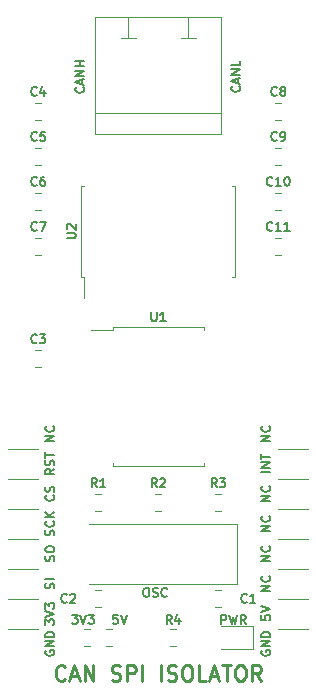
<source format=gbr>
G04 #@! TF.GenerationSoftware,KiCad,Pcbnew,(5.1.5)-3*
G04 #@! TF.CreationDate,2020-01-28T18:53:24+01:00*
G04 #@! TF.ProjectId,CAN SPI Isolated v2.0,43414e20-5350-4492-9049-736f6c617465,rev?*
G04 #@! TF.SameCoordinates,Original*
G04 #@! TF.FileFunction,Legend,Top*
G04 #@! TF.FilePolarity,Positive*
%FSLAX46Y46*%
G04 Gerber Fmt 4.6, Leading zero omitted, Abs format (unit mm)*
G04 Created by KiCad (PCBNEW (5.1.5)-3) date 2020-01-28 18:53:24*
%MOMM*%
%LPD*%
G04 APERTURE LIST*
%ADD10C,0.150000*%
%ADD11C,0.120000*%
%ADD12C,0.279400*%
G04 APERTURE END LIST*
D10*
X94234000Y-172302714D02*
X94234000Y-171540714D01*
X94524285Y-171540714D01*
X94596857Y-171577000D01*
X94633142Y-171613285D01*
X94669428Y-171685857D01*
X94669428Y-171794714D01*
X94633142Y-171867285D01*
X94596857Y-171903571D01*
X94524285Y-171939857D01*
X94234000Y-171939857D01*
X94923428Y-171540714D02*
X95104857Y-172302714D01*
X95250000Y-171758428D01*
X95395142Y-172302714D01*
X95576571Y-171540714D01*
X96302285Y-172302714D02*
X96048285Y-171939857D01*
X95866857Y-172302714D02*
X95866857Y-171540714D01*
X96157142Y-171540714D01*
X96229714Y-171577000D01*
X96266000Y-171613285D01*
X96302285Y-171685857D01*
X96302285Y-171794714D01*
X96266000Y-171867285D01*
X96229714Y-171903571D01*
X96157142Y-171939857D01*
X95866857Y-171939857D01*
X87829571Y-169254714D02*
X87974714Y-169254714D01*
X88047285Y-169291000D01*
X88119857Y-169363571D01*
X88156142Y-169508714D01*
X88156142Y-169762714D01*
X88119857Y-169907857D01*
X88047285Y-169980428D01*
X87974714Y-170016714D01*
X87829571Y-170016714D01*
X87757000Y-169980428D01*
X87684428Y-169907857D01*
X87648142Y-169762714D01*
X87648142Y-169508714D01*
X87684428Y-169363571D01*
X87757000Y-169291000D01*
X87829571Y-169254714D01*
X88446428Y-169980428D02*
X88555285Y-170016714D01*
X88736714Y-170016714D01*
X88809285Y-169980428D01*
X88845571Y-169944142D01*
X88881857Y-169871571D01*
X88881857Y-169799000D01*
X88845571Y-169726428D01*
X88809285Y-169690142D01*
X88736714Y-169653857D01*
X88591571Y-169617571D01*
X88519000Y-169581285D01*
X88482714Y-169545000D01*
X88446428Y-169472428D01*
X88446428Y-169399857D01*
X88482714Y-169327285D01*
X88519000Y-169291000D01*
X88591571Y-169254714D01*
X88773000Y-169254714D01*
X88881857Y-169291000D01*
X89643857Y-169944142D02*
X89607571Y-169980428D01*
X89498714Y-170016714D01*
X89426142Y-170016714D01*
X89317285Y-169980428D01*
X89244714Y-169907857D01*
X89208428Y-169835285D01*
X89172142Y-169690142D01*
X89172142Y-169581285D01*
X89208428Y-169436142D01*
X89244714Y-169363571D01*
X89317285Y-169291000D01*
X89426142Y-169254714D01*
X89498714Y-169254714D01*
X89607571Y-169291000D01*
X89643857Y-169327285D01*
X85452857Y-171540714D02*
X85090000Y-171540714D01*
X85053714Y-171903571D01*
X85090000Y-171867285D01*
X85162571Y-171831000D01*
X85344000Y-171831000D01*
X85416571Y-171867285D01*
X85452857Y-171903571D01*
X85489142Y-171976142D01*
X85489142Y-172157571D01*
X85452857Y-172230142D01*
X85416571Y-172266428D01*
X85344000Y-172302714D01*
X85162571Y-172302714D01*
X85090000Y-172266428D01*
X85053714Y-172230142D01*
X85706857Y-171540714D02*
X85960857Y-172302714D01*
X86214857Y-171540714D01*
X81606571Y-171540714D02*
X82078285Y-171540714D01*
X81824285Y-171831000D01*
X81933142Y-171831000D01*
X82005714Y-171867285D01*
X82042000Y-171903571D01*
X82078285Y-171976142D01*
X82078285Y-172157571D01*
X82042000Y-172230142D01*
X82005714Y-172266428D01*
X81933142Y-172302714D01*
X81715428Y-172302714D01*
X81642857Y-172266428D01*
X81606571Y-172230142D01*
X82296000Y-171540714D02*
X82550000Y-172302714D01*
X82804000Y-171540714D01*
X82985428Y-171540714D02*
X83457142Y-171540714D01*
X83203142Y-171831000D01*
X83312000Y-171831000D01*
X83384571Y-171867285D01*
X83420857Y-171903571D01*
X83457142Y-171976142D01*
X83457142Y-172157571D01*
X83420857Y-172230142D01*
X83384571Y-172266428D01*
X83312000Y-172302714D01*
X83094285Y-172302714D01*
X83021714Y-172266428D01*
X82985428Y-172230142D01*
X95776142Y-126782285D02*
X95812428Y-126818571D01*
X95848714Y-126927428D01*
X95848714Y-127000000D01*
X95812428Y-127108857D01*
X95739857Y-127181428D01*
X95667285Y-127217714D01*
X95522142Y-127254000D01*
X95413285Y-127254000D01*
X95268142Y-127217714D01*
X95195571Y-127181428D01*
X95123000Y-127108857D01*
X95086714Y-127000000D01*
X95086714Y-126927428D01*
X95123000Y-126818571D01*
X95159285Y-126782285D01*
X95631000Y-126492000D02*
X95631000Y-126129142D01*
X95848714Y-126564571D02*
X95086714Y-126310571D01*
X95848714Y-126056571D01*
X95848714Y-125802571D02*
X95086714Y-125802571D01*
X95848714Y-125367142D01*
X95086714Y-125367142D01*
X95848714Y-124641428D02*
X95848714Y-125004285D01*
X95086714Y-125004285D01*
X82568142Y-126873000D02*
X82604428Y-126909285D01*
X82640714Y-127018142D01*
X82640714Y-127090714D01*
X82604428Y-127199571D01*
X82531857Y-127272142D01*
X82459285Y-127308428D01*
X82314142Y-127344714D01*
X82205285Y-127344714D01*
X82060142Y-127308428D01*
X81987571Y-127272142D01*
X81915000Y-127199571D01*
X81878714Y-127090714D01*
X81878714Y-127018142D01*
X81915000Y-126909285D01*
X81951285Y-126873000D01*
X82423000Y-126582714D02*
X82423000Y-126219857D01*
X82640714Y-126655285D02*
X81878714Y-126401285D01*
X82640714Y-126147285D01*
X82640714Y-125893285D02*
X81878714Y-125893285D01*
X82640714Y-125457857D01*
X81878714Y-125457857D01*
X82640714Y-125095000D02*
X81878714Y-125095000D01*
X82241571Y-125095000D02*
X82241571Y-124659571D01*
X82640714Y-124659571D02*
X81878714Y-124659571D01*
X80064428Y-169309142D02*
X80100714Y-169200285D01*
X80100714Y-169018857D01*
X80064428Y-168946285D01*
X80028142Y-168910000D01*
X79955571Y-168873714D01*
X79883000Y-168873714D01*
X79810428Y-168910000D01*
X79774142Y-168946285D01*
X79737857Y-169018857D01*
X79701571Y-169164000D01*
X79665285Y-169236571D01*
X79629000Y-169272857D01*
X79556428Y-169309142D01*
X79483857Y-169309142D01*
X79411285Y-169272857D01*
X79375000Y-169236571D01*
X79338714Y-169164000D01*
X79338714Y-168982571D01*
X79375000Y-168873714D01*
X80100714Y-168547142D02*
X79338714Y-168547142D01*
X98388714Y-159439428D02*
X97626714Y-159439428D01*
X98388714Y-159076571D02*
X97626714Y-159076571D01*
X98388714Y-158641142D01*
X97626714Y-158641142D01*
X97626714Y-158387142D02*
X97626714Y-157951714D01*
X98388714Y-158169428D02*
X97626714Y-158169428D01*
X98388714Y-156808714D02*
X97626714Y-156808714D01*
X98388714Y-156373285D01*
X97626714Y-156373285D01*
X98316142Y-155575000D02*
X98352428Y-155611285D01*
X98388714Y-155720142D01*
X98388714Y-155792714D01*
X98352428Y-155901571D01*
X98279857Y-155974142D01*
X98207285Y-156010428D01*
X98062142Y-156046714D01*
X97953285Y-156046714D01*
X97808142Y-156010428D01*
X97735571Y-155974142D01*
X97663000Y-155901571D01*
X97626714Y-155792714D01*
X97626714Y-155720142D01*
X97663000Y-155611285D01*
X97699285Y-155575000D01*
X98388714Y-161888714D02*
X97626714Y-161888714D01*
X98388714Y-161453285D01*
X97626714Y-161453285D01*
X98316142Y-160655000D02*
X98352428Y-160691285D01*
X98388714Y-160800142D01*
X98388714Y-160872714D01*
X98352428Y-160981571D01*
X98279857Y-161054142D01*
X98207285Y-161090428D01*
X98062142Y-161126714D01*
X97953285Y-161126714D01*
X97808142Y-161090428D01*
X97735571Y-161054142D01*
X97663000Y-160981571D01*
X97626714Y-160872714D01*
X97626714Y-160800142D01*
X97663000Y-160691285D01*
X97699285Y-160655000D01*
X98388714Y-164428714D02*
X97626714Y-164428714D01*
X98388714Y-163993285D01*
X97626714Y-163993285D01*
X98316142Y-163195000D02*
X98352428Y-163231285D01*
X98388714Y-163340142D01*
X98388714Y-163412714D01*
X98352428Y-163521571D01*
X98279857Y-163594142D01*
X98207285Y-163630428D01*
X98062142Y-163666714D01*
X97953285Y-163666714D01*
X97808142Y-163630428D01*
X97735571Y-163594142D01*
X97663000Y-163521571D01*
X97626714Y-163412714D01*
X97626714Y-163340142D01*
X97663000Y-163231285D01*
X97699285Y-163195000D01*
X98388714Y-166968714D02*
X97626714Y-166968714D01*
X98388714Y-166533285D01*
X97626714Y-166533285D01*
X98316142Y-165735000D02*
X98352428Y-165771285D01*
X98388714Y-165880142D01*
X98388714Y-165952714D01*
X98352428Y-166061571D01*
X98279857Y-166134142D01*
X98207285Y-166170428D01*
X98062142Y-166206714D01*
X97953285Y-166206714D01*
X97808142Y-166170428D01*
X97735571Y-166134142D01*
X97663000Y-166061571D01*
X97626714Y-165952714D01*
X97626714Y-165880142D01*
X97663000Y-165771285D01*
X97699285Y-165735000D01*
X98388714Y-169508714D02*
X97626714Y-169508714D01*
X98388714Y-169073285D01*
X97626714Y-169073285D01*
X98316142Y-168275000D02*
X98352428Y-168311285D01*
X98388714Y-168420142D01*
X98388714Y-168492714D01*
X98352428Y-168601571D01*
X98279857Y-168674142D01*
X98207285Y-168710428D01*
X98062142Y-168746714D01*
X97953285Y-168746714D01*
X97808142Y-168710428D01*
X97735571Y-168674142D01*
X97663000Y-168601571D01*
X97626714Y-168492714D01*
X97626714Y-168420142D01*
X97663000Y-168311285D01*
X97699285Y-168275000D01*
X97626714Y-171595142D02*
X97626714Y-171958000D01*
X97989571Y-171994285D01*
X97953285Y-171958000D01*
X97917000Y-171885428D01*
X97917000Y-171704000D01*
X97953285Y-171631428D01*
X97989571Y-171595142D01*
X98062142Y-171558857D01*
X98243571Y-171558857D01*
X98316142Y-171595142D01*
X98352428Y-171631428D01*
X98388714Y-171704000D01*
X98388714Y-171885428D01*
X98352428Y-171958000D01*
X98316142Y-171994285D01*
X97626714Y-171341142D02*
X98388714Y-171087142D01*
X97626714Y-170833142D01*
X97663000Y-174570571D02*
X97626714Y-174643142D01*
X97626714Y-174752000D01*
X97663000Y-174860857D01*
X97735571Y-174933428D01*
X97808142Y-174969714D01*
X97953285Y-175006000D01*
X98062142Y-175006000D01*
X98207285Y-174969714D01*
X98279857Y-174933428D01*
X98352428Y-174860857D01*
X98388714Y-174752000D01*
X98388714Y-174679428D01*
X98352428Y-174570571D01*
X98316142Y-174534285D01*
X98062142Y-174534285D01*
X98062142Y-174679428D01*
X98388714Y-174207714D02*
X97626714Y-174207714D01*
X98388714Y-173772285D01*
X97626714Y-173772285D01*
X98388714Y-173409428D02*
X97626714Y-173409428D01*
X97626714Y-173228000D01*
X97663000Y-173119142D01*
X97735571Y-173046571D01*
X97808142Y-173010285D01*
X97953285Y-172974000D01*
X98062142Y-172974000D01*
X98207285Y-173010285D01*
X98279857Y-173046571D01*
X98352428Y-173119142D01*
X98388714Y-173228000D01*
X98388714Y-173409428D01*
D11*
X99060000Y-157480000D02*
X101600000Y-157480000D01*
X99060000Y-160020000D02*
X101600000Y-160020000D01*
X99060000Y-162560000D02*
X101600000Y-162560000D01*
X99060000Y-165100000D02*
X101600000Y-165100000D01*
X99060000Y-167640000D02*
X101600000Y-167640000D01*
X99060000Y-170180000D02*
X101600000Y-170180000D01*
X101600000Y-172720000D02*
X99060000Y-172720000D01*
X76200000Y-172720000D02*
X78740000Y-172720000D01*
X76200000Y-170180000D02*
X78740000Y-170180000D01*
X76200000Y-167640000D02*
X78740000Y-167640000D01*
X76200000Y-165100000D02*
X78740000Y-165100000D01*
X76200000Y-162560000D02*
X78740000Y-162560000D01*
X76200000Y-160020000D02*
X78740000Y-160020000D01*
X76200000Y-157480000D02*
X78740000Y-157480000D01*
D10*
X79375000Y-174570571D02*
X79338714Y-174643142D01*
X79338714Y-174752000D01*
X79375000Y-174860857D01*
X79447571Y-174933428D01*
X79520142Y-174969714D01*
X79665285Y-175006000D01*
X79774142Y-175006000D01*
X79919285Y-174969714D01*
X79991857Y-174933428D01*
X80064428Y-174860857D01*
X80100714Y-174752000D01*
X80100714Y-174679428D01*
X80064428Y-174570571D01*
X80028142Y-174534285D01*
X79774142Y-174534285D01*
X79774142Y-174679428D01*
X80100714Y-174207714D02*
X79338714Y-174207714D01*
X80100714Y-173772285D01*
X79338714Y-173772285D01*
X80100714Y-173409428D02*
X79338714Y-173409428D01*
X79338714Y-173228000D01*
X79375000Y-173119142D01*
X79447571Y-173046571D01*
X79520142Y-173010285D01*
X79665285Y-172974000D01*
X79774142Y-172974000D01*
X79919285Y-173010285D01*
X79991857Y-173046571D01*
X80064428Y-173119142D01*
X80100714Y-173228000D01*
X80100714Y-173409428D01*
X79338714Y-172393428D02*
X79338714Y-171921714D01*
X79629000Y-172175714D01*
X79629000Y-172066857D01*
X79665285Y-171994285D01*
X79701571Y-171958000D01*
X79774142Y-171921714D01*
X79955571Y-171921714D01*
X80028142Y-171958000D01*
X80064428Y-171994285D01*
X80100714Y-172066857D01*
X80100714Y-172284571D01*
X80064428Y-172357142D01*
X80028142Y-172393428D01*
X79338714Y-171704000D02*
X80100714Y-171450000D01*
X79338714Y-171196000D01*
X79338714Y-171014571D02*
X79338714Y-170542857D01*
X79629000Y-170796857D01*
X79629000Y-170688000D01*
X79665285Y-170615428D01*
X79701571Y-170579142D01*
X79774142Y-170542857D01*
X79955571Y-170542857D01*
X80028142Y-170579142D01*
X80064428Y-170615428D01*
X80100714Y-170688000D01*
X80100714Y-170905714D01*
X80064428Y-170978285D01*
X80028142Y-171014571D01*
X80064428Y-166986857D02*
X80100714Y-166878000D01*
X80100714Y-166696571D01*
X80064428Y-166624000D01*
X80028142Y-166587714D01*
X79955571Y-166551428D01*
X79883000Y-166551428D01*
X79810428Y-166587714D01*
X79774142Y-166624000D01*
X79737857Y-166696571D01*
X79701571Y-166841714D01*
X79665285Y-166914285D01*
X79629000Y-166950571D01*
X79556428Y-166986857D01*
X79483857Y-166986857D01*
X79411285Y-166950571D01*
X79375000Y-166914285D01*
X79338714Y-166841714D01*
X79338714Y-166660285D01*
X79375000Y-166551428D01*
X79338714Y-166079714D02*
X79338714Y-165934571D01*
X79375000Y-165862000D01*
X79447571Y-165789428D01*
X79592714Y-165753142D01*
X79846714Y-165753142D01*
X79991857Y-165789428D01*
X80064428Y-165862000D01*
X80100714Y-165934571D01*
X80100714Y-166079714D01*
X80064428Y-166152285D01*
X79991857Y-166224857D01*
X79846714Y-166261142D01*
X79592714Y-166261142D01*
X79447571Y-166224857D01*
X79375000Y-166152285D01*
X79338714Y-166079714D01*
X80064428Y-164809714D02*
X80100714Y-164700857D01*
X80100714Y-164519428D01*
X80064428Y-164446857D01*
X80028142Y-164410571D01*
X79955571Y-164374285D01*
X79883000Y-164374285D01*
X79810428Y-164410571D01*
X79774142Y-164446857D01*
X79737857Y-164519428D01*
X79701571Y-164664571D01*
X79665285Y-164737142D01*
X79629000Y-164773428D01*
X79556428Y-164809714D01*
X79483857Y-164809714D01*
X79411285Y-164773428D01*
X79375000Y-164737142D01*
X79338714Y-164664571D01*
X79338714Y-164483142D01*
X79375000Y-164374285D01*
X80028142Y-163612285D02*
X80064428Y-163648571D01*
X80100714Y-163757428D01*
X80100714Y-163830000D01*
X80064428Y-163938857D01*
X79991857Y-164011428D01*
X79919285Y-164047714D01*
X79774142Y-164084000D01*
X79665285Y-164084000D01*
X79520142Y-164047714D01*
X79447571Y-164011428D01*
X79375000Y-163938857D01*
X79338714Y-163830000D01*
X79338714Y-163757428D01*
X79375000Y-163648571D01*
X79411285Y-163612285D01*
X80100714Y-163285714D02*
X79338714Y-163285714D01*
X80100714Y-162850285D02*
X79665285Y-163176857D01*
X79338714Y-162850285D02*
X79774142Y-163285714D01*
X80028142Y-161417000D02*
X80064428Y-161453285D01*
X80100714Y-161562142D01*
X80100714Y-161634714D01*
X80064428Y-161743571D01*
X79991857Y-161816142D01*
X79919285Y-161852428D01*
X79774142Y-161888714D01*
X79665285Y-161888714D01*
X79520142Y-161852428D01*
X79447571Y-161816142D01*
X79375000Y-161743571D01*
X79338714Y-161634714D01*
X79338714Y-161562142D01*
X79375000Y-161453285D01*
X79411285Y-161417000D01*
X80064428Y-161126714D02*
X80100714Y-161017857D01*
X80100714Y-160836428D01*
X80064428Y-160763857D01*
X80028142Y-160727571D01*
X79955571Y-160691285D01*
X79883000Y-160691285D01*
X79810428Y-160727571D01*
X79774142Y-160763857D01*
X79737857Y-160836428D01*
X79701571Y-160981571D01*
X79665285Y-161054142D01*
X79629000Y-161090428D01*
X79556428Y-161126714D01*
X79483857Y-161126714D01*
X79411285Y-161090428D01*
X79375000Y-161054142D01*
X79338714Y-160981571D01*
X79338714Y-160800142D01*
X79375000Y-160691285D01*
X80100714Y-159167285D02*
X79737857Y-159421285D01*
X80100714Y-159602714D02*
X79338714Y-159602714D01*
X79338714Y-159312428D01*
X79375000Y-159239857D01*
X79411285Y-159203571D01*
X79483857Y-159167285D01*
X79592714Y-159167285D01*
X79665285Y-159203571D01*
X79701571Y-159239857D01*
X79737857Y-159312428D01*
X79737857Y-159602714D01*
X80064428Y-158877000D02*
X80100714Y-158768142D01*
X80100714Y-158586714D01*
X80064428Y-158514142D01*
X80028142Y-158477857D01*
X79955571Y-158441571D01*
X79883000Y-158441571D01*
X79810428Y-158477857D01*
X79774142Y-158514142D01*
X79737857Y-158586714D01*
X79701571Y-158731857D01*
X79665285Y-158804428D01*
X79629000Y-158840714D01*
X79556428Y-158877000D01*
X79483857Y-158877000D01*
X79411285Y-158840714D01*
X79375000Y-158804428D01*
X79338714Y-158731857D01*
X79338714Y-158550428D01*
X79375000Y-158441571D01*
X79338714Y-158223857D02*
X79338714Y-157788428D01*
X80100714Y-158006142D02*
X79338714Y-158006142D01*
X80100714Y-156808714D02*
X79338714Y-156808714D01*
X80100714Y-156373285D01*
X79338714Y-156373285D01*
X80028142Y-155575000D02*
X80064428Y-155611285D01*
X80100714Y-155720142D01*
X80100714Y-155792714D01*
X80064428Y-155901571D01*
X79991857Y-155974142D01*
X79919285Y-156010428D01*
X79774142Y-156046714D01*
X79665285Y-156046714D01*
X79520142Y-156010428D01*
X79447571Y-155974142D01*
X79375000Y-155901571D01*
X79338714Y-155792714D01*
X79338714Y-155720142D01*
X79375000Y-155611285D01*
X79411285Y-155575000D01*
D12*
X81004228Y-176992642D02*
X80942542Y-177054328D01*
X80757485Y-177116014D01*
X80634114Y-177116014D01*
X80449057Y-177054328D01*
X80325685Y-176930957D01*
X80264000Y-176807585D01*
X80202314Y-176560842D01*
X80202314Y-176375785D01*
X80264000Y-176129042D01*
X80325685Y-176005671D01*
X80449057Y-175882300D01*
X80634114Y-175820614D01*
X80757485Y-175820614D01*
X80942542Y-175882300D01*
X81004228Y-175943985D01*
X81497714Y-176745900D02*
X82114571Y-176745900D01*
X81374342Y-177116014D02*
X81806142Y-175820614D01*
X82237942Y-177116014D01*
X82669742Y-177116014D02*
X82669742Y-175820614D01*
X83409971Y-177116014D01*
X83409971Y-175820614D01*
X84952114Y-177054328D02*
X85137171Y-177116014D01*
X85445600Y-177116014D01*
X85568971Y-177054328D01*
X85630657Y-176992642D01*
X85692342Y-176869271D01*
X85692342Y-176745900D01*
X85630657Y-176622528D01*
X85568971Y-176560842D01*
X85445600Y-176499157D01*
X85198857Y-176437471D01*
X85075485Y-176375785D01*
X85013800Y-176314100D01*
X84952114Y-176190728D01*
X84952114Y-176067357D01*
X85013800Y-175943985D01*
X85075485Y-175882300D01*
X85198857Y-175820614D01*
X85507285Y-175820614D01*
X85692342Y-175882300D01*
X86247514Y-177116014D02*
X86247514Y-175820614D01*
X86741000Y-175820614D01*
X86864371Y-175882300D01*
X86926057Y-175943985D01*
X86987742Y-176067357D01*
X86987742Y-176252414D01*
X86926057Y-176375785D01*
X86864371Y-176437471D01*
X86741000Y-176499157D01*
X86247514Y-176499157D01*
X87542914Y-177116014D02*
X87542914Y-175820614D01*
X89146742Y-177116014D02*
X89146742Y-175820614D01*
X89701914Y-177054328D02*
X89886971Y-177116014D01*
X90195400Y-177116014D01*
X90318771Y-177054328D01*
X90380457Y-176992642D01*
X90442142Y-176869271D01*
X90442142Y-176745900D01*
X90380457Y-176622528D01*
X90318771Y-176560842D01*
X90195400Y-176499157D01*
X89948657Y-176437471D01*
X89825285Y-176375785D01*
X89763600Y-176314100D01*
X89701914Y-176190728D01*
X89701914Y-176067357D01*
X89763600Y-175943985D01*
X89825285Y-175882300D01*
X89948657Y-175820614D01*
X90257085Y-175820614D01*
X90442142Y-175882300D01*
X91244057Y-175820614D02*
X91490800Y-175820614D01*
X91614171Y-175882300D01*
X91737542Y-176005671D01*
X91799228Y-176252414D01*
X91799228Y-176684214D01*
X91737542Y-176930957D01*
X91614171Y-177054328D01*
X91490800Y-177116014D01*
X91244057Y-177116014D01*
X91120685Y-177054328D01*
X90997314Y-176930957D01*
X90935628Y-176684214D01*
X90935628Y-176252414D01*
X90997314Y-176005671D01*
X91120685Y-175882300D01*
X91244057Y-175820614D01*
X92971257Y-177116014D02*
X92354400Y-177116014D01*
X92354400Y-175820614D01*
X93341371Y-176745900D02*
X93958228Y-176745900D01*
X93218000Y-177116014D02*
X93649800Y-175820614D01*
X94081600Y-177116014D01*
X94328342Y-175820614D02*
X95068571Y-175820614D01*
X94698457Y-177116014D02*
X94698457Y-175820614D01*
X95747114Y-175820614D02*
X95993857Y-175820614D01*
X96117228Y-175882300D01*
X96240600Y-176005671D01*
X96302285Y-176252414D01*
X96302285Y-176684214D01*
X96240600Y-176930957D01*
X96117228Y-177054328D01*
X95993857Y-177116014D01*
X95747114Y-177116014D01*
X95623742Y-177054328D01*
X95500371Y-176930957D01*
X95438685Y-176684214D01*
X95438685Y-176252414D01*
X95500371Y-176005671D01*
X95623742Y-175882300D01*
X95747114Y-175820614D01*
X97597685Y-177116014D02*
X97165885Y-176499157D01*
X96857457Y-177116014D02*
X96857457Y-175820614D01*
X97350942Y-175820614D01*
X97474314Y-175882300D01*
X97536000Y-175943985D01*
X97597685Y-176067357D01*
X97597685Y-176252414D01*
X97536000Y-176375785D01*
X97474314Y-176437471D01*
X97350942Y-176499157D01*
X96857457Y-176499157D01*
D11*
X93721422Y-170890000D02*
X94238578Y-170890000D01*
X93721422Y-169470000D02*
X94238578Y-169470000D01*
X83561422Y-169470000D02*
X84078578Y-169470000D01*
X83561422Y-170890000D02*
X84078578Y-170890000D01*
X78481422Y-149150000D02*
X78998578Y-149150000D01*
X78481422Y-150570000D02*
X78998578Y-150570000D01*
X78481422Y-129615000D02*
X78998578Y-129615000D01*
X78481422Y-128195000D02*
X78998578Y-128195000D01*
X78481422Y-132005000D02*
X78998578Y-132005000D01*
X78481422Y-133425000D02*
X78998578Y-133425000D01*
X78481422Y-137235000D02*
X78998578Y-137235000D01*
X78481422Y-135815000D02*
X78998578Y-135815000D01*
X78481422Y-139625000D02*
X78998578Y-139625000D01*
X78481422Y-141045000D02*
X78998578Y-141045000D01*
X98801422Y-129615000D02*
X99318578Y-129615000D01*
X98801422Y-128195000D02*
X99318578Y-128195000D01*
X98801422Y-132005000D02*
X99318578Y-132005000D01*
X98801422Y-133425000D02*
X99318578Y-133425000D01*
X98801422Y-137235000D02*
X99318578Y-137235000D01*
X98801422Y-135815000D02*
X99318578Y-135815000D01*
X98801422Y-139625000D02*
X99318578Y-139625000D01*
X98801422Y-141045000D02*
X99318578Y-141045000D01*
X85725000Y-122682000D02*
X86995000Y-122682000D01*
X83566000Y-129032000D02*
X94234000Y-129032000D01*
X83566000Y-120904000D02*
X94234000Y-120904000D01*
X86360000Y-120904000D02*
X86360000Y-122682000D01*
X92075000Y-122682000D02*
X90805000Y-122682000D01*
X94234000Y-120904000D02*
X94234000Y-130810000D01*
X91440000Y-122682000D02*
X91440000Y-120904000D01*
X94234000Y-130810000D02*
X83566000Y-130810000D01*
X83566000Y-130810000D02*
X83566000Y-120904000D01*
X83149178Y-174192000D02*
X82632022Y-174192000D01*
X83149178Y-172772000D02*
X82632022Y-172772000D01*
X85016078Y-174192000D02*
X84498922Y-174192000D01*
X85016078Y-172772000D02*
X84498922Y-172772000D01*
X83000000Y-168920000D02*
X95600000Y-168920000D01*
X95600000Y-168920000D02*
X95600000Y-163820000D01*
X95600000Y-163820000D02*
X83000000Y-163820000D01*
X94250000Y-174442000D02*
X96935000Y-174442000D01*
X96935000Y-174442000D02*
X96935000Y-172522000D01*
X96935000Y-172522000D02*
X94250000Y-172522000D01*
X83561422Y-161342000D02*
X84078578Y-161342000D01*
X83561422Y-162762000D02*
X84078578Y-162762000D01*
X88641422Y-161342000D02*
X89158578Y-161342000D01*
X88641422Y-162762000D02*
X89158578Y-162762000D01*
X93721422Y-162762000D02*
X94238578Y-162762000D01*
X93721422Y-161342000D02*
X94238578Y-161342000D01*
X89911422Y-174192000D02*
X90428578Y-174192000D01*
X89911422Y-172772000D02*
X90428578Y-172772000D01*
X88900000Y-158920000D02*
X92760000Y-158920000D01*
X92760000Y-158920000D02*
X92760000Y-158675000D01*
X88900000Y-158920000D02*
X85040000Y-158920000D01*
X85040000Y-158920000D02*
X85040000Y-158675000D01*
X88900000Y-147150000D02*
X92760000Y-147150000D01*
X92760000Y-147150000D02*
X92760000Y-147395000D01*
X88900000Y-147150000D02*
X85040000Y-147150000D01*
X85040000Y-147150000D02*
X85040000Y-147395000D01*
X85040000Y-147395000D02*
X83225000Y-147395000D01*
X95410000Y-139065000D02*
X95410000Y-135205000D01*
X95410000Y-135205000D02*
X95175000Y-135205000D01*
X95410000Y-139065000D02*
X95410000Y-142925000D01*
X95410000Y-142925000D02*
X95175000Y-142925000D01*
X82390000Y-139065000D02*
X82390000Y-135205000D01*
X82390000Y-135205000D02*
X82625000Y-135205000D01*
X82390000Y-139065000D02*
X82390000Y-142925000D01*
X82390000Y-142925000D02*
X82625000Y-142925000D01*
X82625000Y-142925000D02*
X82625000Y-144740000D01*
D10*
X96393000Y-170452142D02*
X96356714Y-170488428D01*
X96247857Y-170524714D01*
X96175285Y-170524714D01*
X96066428Y-170488428D01*
X95993857Y-170415857D01*
X95957571Y-170343285D01*
X95921285Y-170198142D01*
X95921285Y-170089285D01*
X95957571Y-169944142D01*
X95993857Y-169871571D01*
X96066428Y-169799000D01*
X96175285Y-169762714D01*
X96247857Y-169762714D01*
X96356714Y-169799000D01*
X96393000Y-169835285D01*
X97118714Y-170524714D02*
X96683285Y-170524714D01*
X96901000Y-170524714D02*
X96901000Y-169762714D01*
X96828428Y-169871571D01*
X96755857Y-169944142D01*
X96683285Y-169980428D01*
X81153000Y-170452142D02*
X81116714Y-170488428D01*
X81007857Y-170524714D01*
X80935285Y-170524714D01*
X80826428Y-170488428D01*
X80753857Y-170415857D01*
X80717571Y-170343285D01*
X80681285Y-170198142D01*
X80681285Y-170089285D01*
X80717571Y-169944142D01*
X80753857Y-169871571D01*
X80826428Y-169799000D01*
X80935285Y-169762714D01*
X81007857Y-169762714D01*
X81116714Y-169799000D01*
X81153000Y-169835285D01*
X81443285Y-169835285D02*
X81479571Y-169799000D01*
X81552142Y-169762714D01*
X81733571Y-169762714D01*
X81806142Y-169799000D01*
X81842428Y-169835285D01*
X81878714Y-169907857D01*
X81878714Y-169980428D01*
X81842428Y-170089285D01*
X81407000Y-170524714D01*
X81878714Y-170524714D01*
X78613000Y-148482142D02*
X78576714Y-148518428D01*
X78467857Y-148554714D01*
X78395285Y-148554714D01*
X78286428Y-148518428D01*
X78213857Y-148445857D01*
X78177571Y-148373285D01*
X78141285Y-148228142D01*
X78141285Y-148119285D01*
X78177571Y-147974142D01*
X78213857Y-147901571D01*
X78286428Y-147829000D01*
X78395285Y-147792714D01*
X78467857Y-147792714D01*
X78576714Y-147829000D01*
X78613000Y-147865285D01*
X78867000Y-147792714D02*
X79338714Y-147792714D01*
X79084714Y-148083000D01*
X79193571Y-148083000D01*
X79266142Y-148119285D01*
X79302428Y-148155571D01*
X79338714Y-148228142D01*
X79338714Y-148409571D01*
X79302428Y-148482142D01*
X79266142Y-148518428D01*
X79193571Y-148554714D01*
X78975857Y-148554714D01*
X78903285Y-148518428D01*
X78867000Y-148482142D01*
X78613000Y-127527142D02*
X78576714Y-127563428D01*
X78467857Y-127599714D01*
X78395285Y-127599714D01*
X78286428Y-127563428D01*
X78213857Y-127490857D01*
X78177571Y-127418285D01*
X78141285Y-127273142D01*
X78141285Y-127164285D01*
X78177571Y-127019142D01*
X78213857Y-126946571D01*
X78286428Y-126874000D01*
X78395285Y-126837714D01*
X78467857Y-126837714D01*
X78576714Y-126874000D01*
X78613000Y-126910285D01*
X79266142Y-127091714D02*
X79266142Y-127599714D01*
X79084714Y-126801428D02*
X78903285Y-127345714D01*
X79375000Y-127345714D01*
X78613000Y-131337142D02*
X78576714Y-131373428D01*
X78467857Y-131409714D01*
X78395285Y-131409714D01*
X78286428Y-131373428D01*
X78213857Y-131300857D01*
X78177571Y-131228285D01*
X78141285Y-131083142D01*
X78141285Y-130974285D01*
X78177571Y-130829142D01*
X78213857Y-130756571D01*
X78286428Y-130684000D01*
X78395285Y-130647714D01*
X78467857Y-130647714D01*
X78576714Y-130684000D01*
X78613000Y-130720285D01*
X79302428Y-130647714D02*
X78939571Y-130647714D01*
X78903285Y-131010571D01*
X78939571Y-130974285D01*
X79012142Y-130938000D01*
X79193571Y-130938000D01*
X79266142Y-130974285D01*
X79302428Y-131010571D01*
X79338714Y-131083142D01*
X79338714Y-131264571D01*
X79302428Y-131337142D01*
X79266142Y-131373428D01*
X79193571Y-131409714D01*
X79012142Y-131409714D01*
X78939571Y-131373428D01*
X78903285Y-131337142D01*
X78613000Y-135147142D02*
X78576714Y-135183428D01*
X78467857Y-135219714D01*
X78395285Y-135219714D01*
X78286428Y-135183428D01*
X78213857Y-135110857D01*
X78177571Y-135038285D01*
X78141285Y-134893142D01*
X78141285Y-134784285D01*
X78177571Y-134639142D01*
X78213857Y-134566571D01*
X78286428Y-134494000D01*
X78395285Y-134457714D01*
X78467857Y-134457714D01*
X78576714Y-134494000D01*
X78613000Y-134530285D01*
X79266142Y-134457714D02*
X79121000Y-134457714D01*
X79048428Y-134494000D01*
X79012142Y-134530285D01*
X78939571Y-134639142D01*
X78903285Y-134784285D01*
X78903285Y-135074571D01*
X78939571Y-135147142D01*
X78975857Y-135183428D01*
X79048428Y-135219714D01*
X79193571Y-135219714D01*
X79266142Y-135183428D01*
X79302428Y-135147142D01*
X79338714Y-135074571D01*
X79338714Y-134893142D01*
X79302428Y-134820571D01*
X79266142Y-134784285D01*
X79193571Y-134748000D01*
X79048428Y-134748000D01*
X78975857Y-134784285D01*
X78939571Y-134820571D01*
X78903285Y-134893142D01*
X78613000Y-138957142D02*
X78576714Y-138993428D01*
X78467857Y-139029714D01*
X78395285Y-139029714D01*
X78286428Y-138993428D01*
X78213857Y-138920857D01*
X78177571Y-138848285D01*
X78141285Y-138703142D01*
X78141285Y-138594285D01*
X78177571Y-138449142D01*
X78213857Y-138376571D01*
X78286428Y-138304000D01*
X78395285Y-138267714D01*
X78467857Y-138267714D01*
X78576714Y-138304000D01*
X78613000Y-138340285D01*
X78867000Y-138267714D02*
X79375000Y-138267714D01*
X79048428Y-139029714D01*
X98933000Y-127527142D02*
X98896714Y-127563428D01*
X98787857Y-127599714D01*
X98715285Y-127599714D01*
X98606428Y-127563428D01*
X98533857Y-127490857D01*
X98497571Y-127418285D01*
X98461285Y-127273142D01*
X98461285Y-127164285D01*
X98497571Y-127019142D01*
X98533857Y-126946571D01*
X98606428Y-126874000D01*
X98715285Y-126837714D01*
X98787857Y-126837714D01*
X98896714Y-126874000D01*
X98933000Y-126910285D01*
X99368428Y-127164285D02*
X99295857Y-127128000D01*
X99259571Y-127091714D01*
X99223285Y-127019142D01*
X99223285Y-126982857D01*
X99259571Y-126910285D01*
X99295857Y-126874000D01*
X99368428Y-126837714D01*
X99513571Y-126837714D01*
X99586142Y-126874000D01*
X99622428Y-126910285D01*
X99658714Y-126982857D01*
X99658714Y-127019142D01*
X99622428Y-127091714D01*
X99586142Y-127128000D01*
X99513571Y-127164285D01*
X99368428Y-127164285D01*
X99295857Y-127200571D01*
X99259571Y-127236857D01*
X99223285Y-127309428D01*
X99223285Y-127454571D01*
X99259571Y-127527142D01*
X99295857Y-127563428D01*
X99368428Y-127599714D01*
X99513571Y-127599714D01*
X99586142Y-127563428D01*
X99622428Y-127527142D01*
X99658714Y-127454571D01*
X99658714Y-127309428D01*
X99622428Y-127236857D01*
X99586142Y-127200571D01*
X99513571Y-127164285D01*
X98933000Y-131337142D02*
X98896714Y-131373428D01*
X98787857Y-131409714D01*
X98715285Y-131409714D01*
X98606428Y-131373428D01*
X98533857Y-131300857D01*
X98497571Y-131228285D01*
X98461285Y-131083142D01*
X98461285Y-130974285D01*
X98497571Y-130829142D01*
X98533857Y-130756571D01*
X98606428Y-130684000D01*
X98715285Y-130647714D01*
X98787857Y-130647714D01*
X98896714Y-130684000D01*
X98933000Y-130720285D01*
X99295857Y-131409714D02*
X99441000Y-131409714D01*
X99513571Y-131373428D01*
X99549857Y-131337142D01*
X99622428Y-131228285D01*
X99658714Y-131083142D01*
X99658714Y-130792857D01*
X99622428Y-130720285D01*
X99586142Y-130684000D01*
X99513571Y-130647714D01*
X99368428Y-130647714D01*
X99295857Y-130684000D01*
X99259571Y-130720285D01*
X99223285Y-130792857D01*
X99223285Y-130974285D01*
X99259571Y-131046857D01*
X99295857Y-131083142D01*
X99368428Y-131119428D01*
X99513571Y-131119428D01*
X99586142Y-131083142D01*
X99622428Y-131046857D01*
X99658714Y-130974285D01*
X98570142Y-135147142D02*
X98533857Y-135183428D01*
X98425000Y-135219714D01*
X98352428Y-135219714D01*
X98243571Y-135183428D01*
X98171000Y-135110857D01*
X98134714Y-135038285D01*
X98098428Y-134893142D01*
X98098428Y-134784285D01*
X98134714Y-134639142D01*
X98171000Y-134566571D01*
X98243571Y-134494000D01*
X98352428Y-134457714D01*
X98425000Y-134457714D01*
X98533857Y-134494000D01*
X98570142Y-134530285D01*
X99295857Y-135219714D02*
X98860428Y-135219714D01*
X99078142Y-135219714D02*
X99078142Y-134457714D01*
X99005571Y-134566571D01*
X98933000Y-134639142D01*
X98860428Y-134675428D01*
X99767571Y-134457714D02*
X99840142Y-134457714D01*
X99912714Y-134494000D01*
X99949000Y-134530285D01*
X99985285Y-134602857D01*
X100021571Y-134748000D01*
X100021571Y-134929428D01*
X99985285Y-135074571D01*
X99949000Y-135147142D01*
X99912714Y-135183428D01*
X99840142Y-135219714D01*
X99767571Y-135219714D01*
X99695000Y-135183428D01*
X99658714Y-135147142D01*
X99622428Y-135074571D01*
X99586142Y-134929428D01*
X99586142Y-134748000D01*
X99622428Y-134602857D01*
X99658714Y-134530285D01*
X99695000Y-134494000D01*
X99767571Y-134457714D01*
X98570142Y-138957142D02*
X98533857Y-138993428D01*
X98425000Y-139029714D01*
X98352428Y-139029714D01*
X98243571Y-138993428D01*
X98171000Y-138920857D01*
X98134714Y-138848285D01*
X98098428Y-138703142D01*
X98098428Y-138594285D01*
X98134714Y-138449142D01*
X98171000Y-138376571D01*
X98243571Y-138304000D01*
X98352428Y-138267714D01*
X98425000Y-138267714D01*
X98533857Y-138304000D01*
X98570142Y-138340285D01*
X99295857Y-139029714D02*
X98860428Y-139029714D01*
X99078142Y-139029714D02*
X99078142Y-138267714D01*
X99005571Y-138376571D01*
X98933000Y-138449142D01*
X98860428Y-138485428D01*
X100021571Y-139029714D02*
X99586142Y-139029714D01*
X99803857Y-139029714D02*
X99803857Y-138267714D01*
X99731285Y-138376571D01*
X99658714Y-138449142D01*
X99586142Y-138485428D01*
X83693000Y-160746714D02*
X83439000Y-160383857D01*
X83257571Y-160746714D02*
X83257571Y-159984714D01*
X83547857Y-159984714D01*
X83620428Y-160021000D01*
X83656714Y-160057285D01*
X83693000Y-160129857D01*
X83693000Y-160238714D01*
X83656714Y-160311285D01*
X83620428Y-160347571D01*
X83547857Y-160383857D01*
X83257571Y-160383857D01*
X84418714Y-160746714D02*
X83983285Y-160746714D01*
X84201000Y-160746714D02*
X84201000Y-159984714D01*
X84128428Y-160093571D01*
X84055857Y-160166142D01*
X83983285Y-160202428D01*
X88773000Y-160746714D02*
X88519000Y-160383857D01*
X88337571Y-160746714D02*
X88337571Y-159984714D01*
X88627857Y-159984714D01*
X88700428Y-160021000D01*
X88736714Y-160057285D01*
X88773000Y-160129857D01*
X88773000Y-160238714D01*
X88736714Y-160311285D01*
X88700428Y-160347571D01*
X88627857Y-160383857D01*
X88337571Y-160383857D01*
X89063285Y-160057285D02*
X89099571Y-160021000D01*
X89172142Y-159984714D01*
X89353571Y-159984714D01*
X89426142Y-160021000D01*
X89462428Y-160057285D01*
X89498714Y-160129857D01*
X89498714Y-160202428D01*
X89462428Y-160311285D01*
X89027000Y-160746714D01*
X89498714Y-160746714D01*
X93853000Y-160746714D02*
X93599000Y-160383857D01*
X93417571Y-160746714D02*
X93417571Y-159984714D01*
X93707857Y-159984714D01*
X93780428Y-160021000D01*
X93816714Y-160057285D01*
X93853000Y-160129857D01*
X93853000Y-160238714D01*
X93816714Y-160311285D01*
X93780428Y-160347571D01*
X93707857Y-160383857D01*
X93417571Y-160383857D01*
X94107000Y-159984714D02*
X94578714Y-159984714D01*
X94324714Y-160275000D01*
X94433571Y-160275000D01*
X94506142Y-160311285D01*
X94542428Y-160347571D01*
X94578714Y-160420142D01*
X94578714Y-160601571D01*
X94542428Y-160674142D01*
X94506142Y-160710428D01*
X94433571Y-160746714D01*
X94215857Y-160746714D01*
X94143285Y-160710428D01*
X94107000Y-160674142D01*
X90043000Y-172302714D02*
X89789000Y-171939857D01*
X89607571Y-172302714D02*
X89607571Y-171540714D01*
X89897857Y-171540714D01*
X89970428Y-171577000D01*
X90006714Y-171613285D01*
X90043000Y-171685857D01*
X90043000Y-171794714D01*
X90006714Y-171867285D01*
X89970428Y-171903571D01*
X89897857Y-171939857D01*
X89607571Y-171939857D01*
X90696142Y-171794714D02*
X90696142Y-172302714D01*
X90514714Y-171504428D02*
X90333285Y-172048714D01*
X90805000Y-172048714D01*
X88319428Y-145897714D02*
X88319428Y-146514571D01*
X88355714Y-146587142D01*
X88392000Y-146623428D01*
X88464571Y-146659714D01*
X88609714Y-146659714D01*
X88682285Y-146623428D01*
X88718571Y-146587142D01*
X88754857Y-146514571D01*
X88754857Y-145897714D01*
X89516857Y-146659714D02*
X89081428Y-146659714D01*
X89299142Y-146659714D02*
X89299142Y-145897714D01*
X89226571Y-146006571D01*
X89154000Y-146079142D01*
X89081428Y-146115428D01*
X81132714Y-139645571D02*
X81749571Y-139645571D01*
X81822142Y-139609285D01*
X81858428Y-139573000D01*
X81894714Y-139500428D01*
X81894714Y-139355285D01*
X81858428Y-139282714D01*
X81822142Y-139246428D01*
X81749571Y-139210142D01*
X81132714Y-139210142D01*
X81205285Y-138883571D02*
X81169000Y-138847285D01*
X81132714Y-138774714D01*
X81132714Y-138593285D01*
X81169000Y-138520714D01*
X81205285Y-138484428D01*
X81277857Y-138448142D01*
X81350428Y-138448142D01*
X81459285Y-138484428D01*
X81894714Y-138919857D01*
X81894714Y-138448142D01*
M02*

</source>
